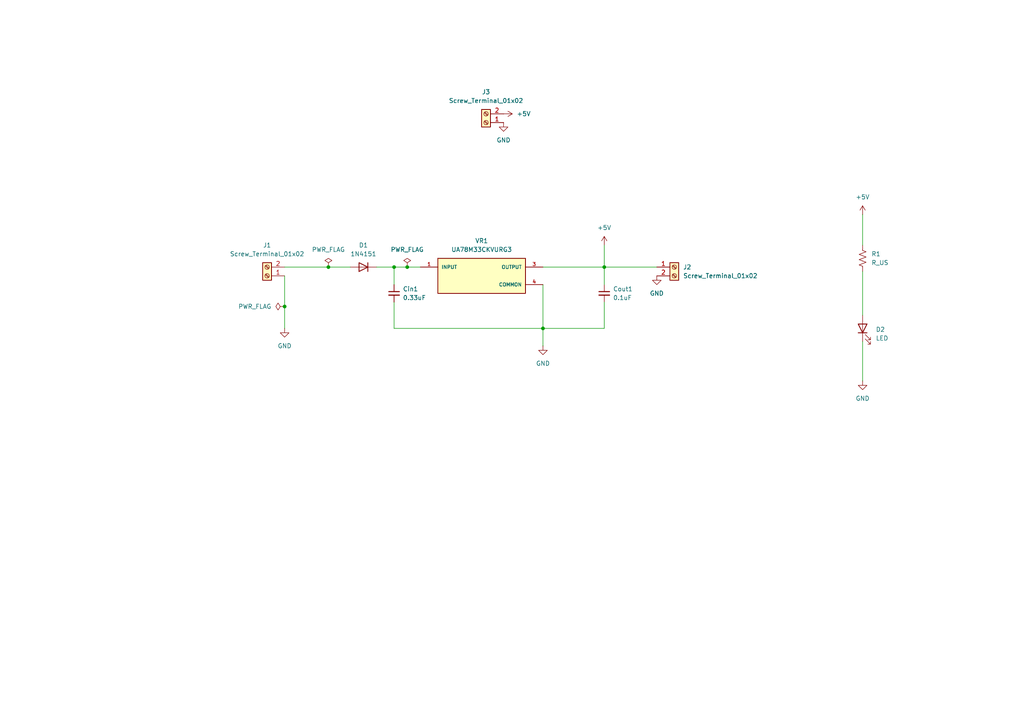
<source format=kicad_sch>
(kicad_sch
	(version 20231120)
	(generator "eeschema")
	(generator_version "8.0")
	(uuid "c76aa228-d747-45c0-829b-0ccdbced8228")
	(paper "A4")
	(title_block
		(title "Linear Voltage Regulator")
		(date "2024-07-07")
		(company "Prince Lee Muhera")
	)
	(lib_symbols
		(symbol "Connector:Screw_Terminal_01x02"
			(pin_names
				(offset 1.016) hide)
			(exclude_from_sim no)
			(in_bom yes)
			(on_board yes)
			(property "Reference" "J"
				(at 0 2.54 0)
				(effects
					(font
						(size 1.27 1.27)
					)
				)
			)
			(property "Value" "Screw_Terminal_01x02"
				(at 0 -5.08 0)
				(effects
					(font
						(size 1.27 1.27)
					)
				)
			)
			(property "Footprint" ""
				(at 0 0 0)
				(effects
					(font
						(size 1.27 1.27)
					)
					(hide yes)
				)
			)
			(property "Datasheet" "~"
				(at 0 0 0)
				(effects
					(font
						(size 1.27 1.27)
					)
					(hide yes)
				)
			)
			(property "Description" "Generic screw terminal, single row, 01x02, script generated (kicad-library-utils/schlib/autogen/connector/)"
				(at 0 0 0)
				(effects
					(font
						(size 1.27 1.27)
					)
					(hide yes)
				)
			)
			(property "ki_keywords" "screw terminal"
				(at 0 0 0)
				(effects
					(font
						(size 1.27 1.27)
					)
					(hide yes)
				)
			)
			(property "ki_fp_filters" "TerminalBlock*:*"
				(at 0 0 0)
				(effects
					(font
						(size 1.27 1.27)
					)
					(hide yes)
				)
			)
			(symbol "Screw_Terminal_01x02_1_1"
				(rectangle
					(start -1.27 1.27)
					(end 1.27 -3.81)
					(stroke
						(width 0.254)
						(type default)
					)
					(fill
						(type background)
					)
				)
				(circle
					(center 0 -2.54)
					(radius 0.635)
					(stroke
						(width 0.1524)
						(type default)
					)
					(fill
						(type none)
					)
				)
				(polyline
					(pts
						(xy -0.5334 -2.2098) (xy 0.3302 -3.048)
					)
					(stroke
						(width 0.1524)
						(type default)
					)
					(fill
						(type none)
					)
				)
				(polyline
					(pts
						(xy -0.5334 0.3302) (xy 0.3302 -0.508)
					)
					(stroke
						(width 0.1524)
						(type default)
					)
					(fill
						(type none)
					)
				)
				(polyline
					(pts
						(xy -0.3556 -2.032) (xy 0.508 -2.8702)
					)
					(stroke
						(width 0.1524)
						(type default)
					)
					(fill
						(type none)
					)
				)
				(polyline
					(pts
						(xy -0.3556 0.508) (xy 0.508 -0.3302)
					)
					(stroke
						(width 0.1524)
						(type default)
					)
					(fill
						(type none)
					)
				)
				(circle
					(center 0 0)
					(radius 0.635)
					(stroke
						(width 0.1524)
						(type default)
					)
					(fill
						(type none)
					)
				)
				(pin passive line
					(at -5.08 0 0)
					(length 3.81)
					(name "Pin_1"
						(effects
							(font
								(size 1.27 1.27)
							)
						)
					)
					(number "1"
						(effects
							(font
								(size 1.27 1.27)
							)
						)
					)
				)
				(pin passive line
					(at -5.08 -2.54 0)
					(length 3.81)
					(name "Pin_2"
						(effects
							(font
								(size 1.27 1.27)
							)
						)
					)
					(number "2"
						(effects
							(font
								(size 1.27 1.27)
							)
						)
					)
				)
			)
		)
		(symbol "Device:C_Small"
			(pin_numbers hide)
			(pin_names
				(offset 0.254) hide)
			(exclude_from_sim no)
			(in_bom yes)
			(on_board yes)
			(property "Reference" "C"
				(at 0.254 1.778 0)
				(effects
					(font
						(size 1.27 1.27)
					)
					(justify left)
				)
			)
			(property "Value" "C_Small"
				(at 0.254 -2.032 0)
				(effects
					(font
						(size 1.27 1.27)
					)
					(justify left)
				)
			)
			(property "Footprint" ""
				(at 0 0 0)
				(effects
					(font
						(size 1.27 1.27)
					)
					(hide yes)
				)
			)
			(property "Datasheet" "~"
				(at 0 0 0)
				(effects
					(font
						(size 1.27 1.27)
					)
					(hide yes)
				)
			)
			(property "Description" "Unpolarized capacitor, small symbol"
				(at 0 0 0)
				(effects
					(font
						(size 1.27 1.27)
					)
					(hide yes)
				)
			)
			(property "ki_keywords" "capacitor cap"
				(at 0 0 0)
				(effects
					(font
						(size 1.27 1.27)
					)
					(hide yes)
				)
			)
			(property "ki_fp_filters" "C_*"
				(at 0 0 0)
				(effects
					(font
						(size 1.27 1.27)
					)
					(hide yes)
				)
			)
			(symbol "C_Small_0_1"
				(polyline
					(pts
						(xy -1.524 -0.508) (xy 1.524 -0.508)
					)
					(stroke
						(width 0.3302)
						(type default)
					)
					(fill
						(type none)
					)
				)
				(polyline
					(pts
						(xy -1.524 0.508) (xy 1.524 0.508)
					)
					(stroke
						(width 0.3048)
						(type default)
					)
					(fill
						(type none)
					)
				)
			)
			(symbol "C_Small_1_1"
				(pin passive line
					(at 0 2.54 270)
					(length 2.032)
					(name "~"
						(effects
							(font
								(size 1.27 1.27)
							)
						)
					)
					(number "1"
						(effects
							(font
								(size 1.27 1.27)
							)
						)
					)
				)
				(pin passive line
					(at 0 -2.54 90)
					(length 2.032)
					(name "~"
						(effects
							(font
								(size 1.27 1.27)
							)
						)
					)
					(number "2"
						(effects
							(font
								(size 1.27 1.27)
							)
						)
					)
				)
			)
		)
		(symbol "Device:LED"
			(pin_numbers hide)
			(pin_names
				(offset 1.016) hide)
			(exclude_from_sim no)
			(in_bom yes)
			(on_board yes)
			(property "Reference" "D"
				(at 0 2.54 0)
				(effects
					(font
						(size 1.27 1.27)
					)
				)
			)
			(property "Value" "LED"
				(at 0 -2.54 0)
				(effects
					(font
						(size 1.27 1.27)
					)
				)
			)
			(property "Footprint" ""
				(at 0 0 0)
				(effects
					(font
						(size 1.27 1.27)
					)
					(hide yes)
				)
			)
			(property "Datasheet" "~"
				(at 0 0 0)
				(effects
					(font
						(size 1.27 1.27)
					)
					(hide yes)
				)
			)
			(property "Description" "Light emitting diode"
				(at 0 0 0)
				(effects
					(font
						(size 1.27 1.27)
					)
					(hide yes)
				)
			)
			(property "ki_keywords" "LED diode"
				(at 0 0 0)
				(effects
					(font
						(size 1.27 1.27)
					)
					(hide yes)
				)
			)
			(property "ki_fp_filters" "LED* LED_SMD:* LED_THT:*"
				(at 0 0 0)
				(effects
					(font
						(size 1.27 1.27)
					)
					(hide yes)
				)
			)
			(symbol "LED_0_1"
				(polyline
					(pts
						(xy -1.27 -1.27) (xy -1.27 1.27)
					)
					(stroke
						(width 0.254)
						(type default)
					)
					(fill
						(type none)
					)
				)
				(polyline
					(pts
						(xy -1.27 0) (xy 1.27 0)
					)
					(stroke
						(width 0)
						(type default)
					)
					(fill
						(type none)
					)
				)
				(polyline
					(pts
						(xy 1.27 -1.27) (xy 1.27 1.27) (xy -1.27 0) (xy 1.27 -1.27)
					)
					(stroke
						(width 0.254)
						(type default)
					)
					(fill
						(type none)
					)
				)
				(polyline
					(pts
						(xy -3.048 -0.762) (xy -4.572 -2.286) (xy -3.81 -2.286) (xy -4.572 -2.286) (xy -4.572 -1.524)
					)
					(stroke
						(width 0)
						(type default)
					)
					(fill
						(type none)
					)
				)
				(polyline
					(pts
						(xy -1.778 -0.762) (xy -3.302 -2.286) (xy -2.54 -2.286) (xy -3.302 -2.286) (xy -3.302 -1.524)
					)
					(stroke
						(width 0)
						(type default)
					)
					(fill
						(type none)
					)
				)
			)
			(symbol "LED_1_1"
				(pin passive line
					(at -3.81 0 0)
					(length 2.54)
					(name "K"
						(effects
							(font
								(size 1.27 1.27)
							)
						)
					)
					(number "1"
						(effects
							(font
								(size 1.27 1.27)
							)
						)
					)
				)
				(pin passive line
					(at 3.81 0 180)
					(length 2.54)
					(name "A"
						(effects
							(font
								(size 1.27 1.27)
							)
						)
					)
					(number "2"
						(effects
							(font
								(size 1.27 1.27)
							)
						)
					)
				)
			)
		)
		(symbol "Device:R_US"
			(pin_numbers hide)
			(pin_names
				(offset 0)
			)
			(exclude_from_sim no)
			(in_bom yes)
			(on_board yes)
			(property "Reference" "R"
				(at 2.54 0 90)
				(effects
					(font
						(size 1.27 1.27)
					)
				)
			)
			(property "Value" "R_US"
				(at -2.54 0 90)
				(effects
					(font
						(size 1.27 1.27)
					)
				)
			)
			(property "Footprint" ""
				(at 1.016 -0.254 90)
				(effects
					(font
						(size 1.27 1.27)
					)
					(hide yes)
				)
			)
			(property "Datasheet" "~"
				(at 0 0 0)
				(effects
					(font
						(size 1.27 1.27)
					)
					(hide yes)
				)
			)
			(property "Description" "Resistor, US symbol"
				(at 0 0 0)
				(effects
					(font
						(size 1.27 1.27)
					)
					(hide yes)
				)
			)
			(property "ki_keywords" "R res resistor"
				(at 0 0 0)
				(effects
					(font
						(size 1.27 1.27)
					)
					(hide yes)
				)
			)
			(property "ki_fp_filters" "R_*"
				(at 0 0 0)
				(effects
					(font
						(size 1.27 1.27)
					)
					(hide yes)
				)
			)
			(symbol "R_US_0_1"
				(polyline
					(pts
						(xy 0 -2.286) (xy 0 -2.54)
					)
					(stroke
						(width 0)
						(type default)
					)
					(fill
						(type none)
					)
				)
				(polyline
					(pts
						(xy 0 2.286) (xy 0 2.54)
					)
					(stroke
						(width 0)
						(type default)
					)
					(fill
						(type none)
					)
				)
				(polyline
					(pts
						(xy 0 -0.762) (xy 1.016 -1.143) (xy 0 -1.524) (xy -1.016 -1.905) (xy 0 -2.286)
					)
					(stroke
						(width 0)
						(type default)
					)
					(fill
						(type none)
					)
				)
				(polyline
					(pts
						(xy 0 0.762) (xy 1.016 0.381) (xy 0 0) (xy -1.016 -0.381) (xy 0 -0.762)
					)
					(stroke
						(width 0)
						(type default)
					)
					(fill
						(type none)
					)
				)
				(polyline
					(pts
						(xy 0 2.286) (xy 1.016 1.905) (xy 0 1.524) (xy -1.016 1.143) (xy 0 0.762)
					)
					(stroke
						(width 0)
						(type default)
					)
					(fill
						(type none)
					)
				)
			)
			(symbol "R_US_1_1"
				(pin passive line
					(at 0 3.81 270)
					(length 1.27)
					(name "~"
						(effects
							(font
								(size 1.27 1.27)
							)
						)
					)
					(number "1"
						(effects
							(font
								(size 1.27 1.27)
							)
						)
					)
				)
				(pin passive line
					(at 0 -3.81 90)
					(length 1.27)
					(name "~"
						(effects
							(font
								(size 1.27 1.27)
							)
						)
					)
					(number "2"
						(effects
							(font
								(size 1.27 1.27)
							)
						)
					)
				)
			)
		)
		(symbol "Diode:1N4151"
			(pin_numbers hide)
			(pin_names hide)
			(exclude_from_sim no)
			(in_bom yes)
			(on_board yes)
			(property "Reference" "D"
				(at 0 2.54 0)
				(effects
					(font
						(size 1.27 1.27)
					)
				)
			)
			(property "Value" "1N4151"
				(at 0 -2.54 0)
				(effects
					(font
						(size 1.27 1.27)
					)
				)
			)
			(property "Footprint" "Diode_THT:D_DO-35_SOD27_P7.62mm_Horizontal"
				(at 0 -4.445 0)
				(effects
					(font
						(size 1.27 1.27)
					)
					(hide yes)
				)
			)
			(property "Datasheet" "http://www.microsemi.com/document-portal/doc_view/11580-lds-0239"
				(at 0 0 0)
				(effects
					(font
						(size 1.27 1.27)
					)
					(hide yes)
				)
			)
			(property "Description" "75V 0.5A standard switching diode, DO-35"
				(at 0 0 0)
				(effects
					(font
						(size 1.27 1.27)
					)
					(hide yes)
				)
			)
			(property "Sim.Device" "D"
				(at 0 0 0)
				(effects
					(font
						(size 1.27 1.27)
					)
					(hide yes)
				)
			)
			(property "Sim.Pins" "1=K 2=A"
				(at 0 0 0)
				(effects
					(font
						(size 1.27 1.27)
					)
					(hide yes)
				)
			)
			(property "ki_keywords" "diode"
				(at 0 0 0)
				(effects
					(font
						(size 1.27 1.27)
					)
					(hide yes)
				)
			)
			(property "ki_fp_filters" "D*DO?35*"
				(at 0 0 0)
				(effects
					(font
						(size 1.27 1.27)
					)
					(hide yes)
				)
			)
			(symbol "1N4151_0_1"
				(polyline
					(pts
						(xy -1.27 1.27) (xy -1.27 -1.27)
					)
					(stroke
						(width 0.254)
						(type default)
					)
					(fill
						(type none)
					)
				)
				(polyline
					(pts
						(xy 1.27 0) (xy -1.27 0)
					)
					(stroke
						(width 0)
						(type default)
					)
					(fill
						(type none)
					)
				)
				(polyline
					(pts
						(xy 1.27 1.27) (xy 1.27 -1.27) (xy -1.27 0) (xy 1.27 1.27)
					)
					(stroke
						(width 0.254)
						(type default)
					)
					(fill
						(type none)
					)
				)
			)
			(symbol "1N4151_1_1"
				(pin passive line
					(at -3.81 0 0)
					(length 2.54)
					(name "K"
						(effects
							(font
								(size 1.27 1.27)
							)
						)
					)
					(number "1"
						(effects
							(font
								(size 1.27 1.27)
							)
						)
					)
				)
				(pin passive line
					(at 3.81 0 180)
					(length 2.54)
					(name "A"
						(effects
							(font
								(size 1.27 1.27)
							)
						)
					)
					(number "2"
						(effects
							(font
								(size 1.27 1.27)
							)
						)
					)
				)
			)
		)
		(symbol "UA78M33CKVURG3:UA78M33CKVURG3"
			(pin_names
				(offset 1.016)
			)
			(exclude_from_sim no)
			(in_bom yes)
			(on_board yes)
			(property "Reference" "VR1"
				(at 0 10.16 0)
				(effects
					(font
						(size 1.27 1.27)
					)
				)
			)
			(property "Value" "UA78M33CKVURG3"
				(at 0 7.62 0)
				(effects
					(font
						(size 1.27 1.27)
					)
				)
			)
			(property "Footprint" "UA78M33CKVURG3:TO229P990X252-3N"
				(at 0 0 0)
				(effects
					(font
						(size 1.27 1.27)
					)
					(justify bottom)
					(hide yes)
				)
			)
			(property "Datasheet" ""
				(at 0 0 0)
				(effects
					(font
						(size 1.27 1.27)
					)
					(hide yes)
				)
			)
			(property "Description" ""
				(at 0 0 0)
				(effects
					(font
						(size 1.27 1.27)
					)
					(hide yes)
				)
			)
			(property "MF" "Texas Instruments"
				(at 0 0 0)
				(effects
					(font
						(size 1.27 1.27)
					)
					(justify bottom)
					(hide yes)
				)
			)
			(property "MAXIMUM_PACKAGE_HEIGHT" "2.52mm"
				(at 0 0 0)
				(effects
					(font
						(size 1.27 1.27)
					)
					(justify bottom)
					(hide yes)
				)
			)
			(property "Package" "TO-252-3 Texas Instruments"
				(at 0 0 0)
				(effects
					(font
						(size 1.27 1.27)
					)
					(justify bottom)
					(hide yes)
				)
			)
			(property "Price" "None"
				(at 0 0 0)
				(effects
					(font
						(size 1.27 1.27)
					)
					(justify bottom)
					(hide yes)
				)
			)
			(property "Check_prices" "https://www.snapeda.com/parts/UA78M33CKVURG3/Texas+Instruments/view-part/?ref=eda"
				(at 0 0 0)
				(effects
					(font
						(size 1.27 1.27)
					)
					(justify bottom)
					(hide yes)
				)
			)
			(property "STANDARD" "IPC-7351B"
				(at 0 0 0)
				(effects
					(font
						(size 1.27 1.27)
					)
					(justify bottom)
					(hide yes)
				)
			)
			(property "PARTREV" "T"
				(at 0 0 0)
				(effects
					(font
						(size 1.27 1.27)
					)
					(justify bottom)
					(hide yes)
				)
			)
			(property "SnapEDA_Link" "https://www.snapeda.com/parts/UA78M33CKVURG3/Texas+Instruments/view-part/?ref=snap"
				(at 0 0 0)
				(effects
					(font
						(size 1.27 1.27)
					)
					(justify bottom)
					(hide yes)
				)
			)
			(property "SNAPEDA_PACKAGE_ID" "102718"
				(at 0 0 0)
				(effects
					(font
						(size 1.27 1.27)
					)
					(justify bottom)
					(hide yes)
				)
			)
			(property "MP" "UA78M33CKVURG3"
				(at 0 0 0)
				(effects
					(font
						(size 1.27 1.27)
					)
					(justify bottom)
					(hide yes)
				)
			)
			(property "Purchase-URL" "https://www.snapeda.com/api/url_track_click_mouser/?unipart_id=214477&manufacturer=Texas Instruments&part_name=UA78M33CKVURG3&search_term=ua78m"
				(at 0 0 0)
				(effects
					(font
						(size 1.27 1.27)
					)
					(justify bottom)
					(hide yes)
				)
			)
			(property "Description_1" "\n500-mA, 30-V, linear voltage regulator\n"
				(at 0 0 0)
				(effects
					(font
						(size 1.27 1.27)
					)
					(justify bottom)
					(hide yes)
				)
			)
			(property "Availability" "In Stock"
				(at 0 0 0)
				(effects
					(font
						(size 1.27 1.27)
					)
					(justify bottom)
					(hide yes)
				)
			)
			(property "MANUFACTURER" "Texas Instruments"
				(at 0 0 0)
				(effects
					(font
						(size 1.27 1.27)
					)
					(justify bottom)
					(hide yes)
				)
			)
			(symbol "UA78M33CKVURG3_0_0"
				(rectangle
					(start -12.7 -5.08)
					(end 12.7 5.08)
					(stroke
						(width 0.254)
						(type default)
					)
					(fill
						(type background)
					)
				)
				(pin power_in line
					(at 17.78 -2.54 180)
					(length 5.08)
					(name "COMMON"
						(effects
							(font
								(size 1.016 1.016)
							)
						)
					)
					(number "4"
						(effects
							(font
								(size 1.016 1.016)
							)
						)
					)
				)
			)
			(symbol "UA78M33CKVURG3_1_0"
				(pin power_in line
					(at -17.78 2.54 0)
					(length 5.08)
					(name "INPUT"
						(effects
							(font
								(size 1.016 1.016)
							)
						)
					)
					(number "1"
						(effects
							(font
								(size 1.016 1.016)
							)
						)
					)
				)
				(pin power_out line
					(at 17.78 2.54 180)
					(length 5.08)
					(name "OUTPUT"
						(effects
							(font
								(size 1.016 1.016)
							)
						)
					)
					(number "3"
						(effects
							(font
								(size 1.016 1.016)
							)
						)
					)
				)
			)
		)
		(symbol "power:+5V"
			(power)
			(pin_numbers hide)
			(pin_names
				(offset 0) hide)
			(exclude_from_sim no)
			(in_bom yes)
			(on_board yes)
			(property "Reference" "#PWR"
				(at 0 -3.81 0)
				(effects
					(font
						(size 1.27 1.27)
					)
					(hide yes)
				)
			)
			(property "Value" "+5V"
				(at 0 3.556 0)
				(effects
					(font
						(size 1.27 1.27)
					)
				)
			)
			(property "Footprint" ""
				(at 0 0 0)
				(effects
					(font
						(size 1.27 1.27)
					)
					(hide yes)
				)
			)
			(property "Datasheet" ""
				(at 0 0 0)
				(effects
					(font
						(size 1.27 1.27)
					)
					(hide yes)
				)
			)
			(property "Description" "Power symbol creates a global label with name \"+5V\""
				(at 0 0 0)
				(effects
					(font
						(size 1.27 1.27)
					)
					(hide yes)
				)
			)
			(property "ki_keywords" "global power"
				(at 0 0 0)
				(effects
					(font
						(size 1.27 1.27)
					)
					(hide yes)
				)
			)
			(symbol "+5V_0_1"
				(polyline
					(pts
						(xy -0.762 1.27) (xy 0 2.54)
					)
					(stroke
						(width 0)
						(type default)
					)
					(fill
						(type none)
					)
				)
				(polyline
					(pts
						(xy 0 0) (xy 0 2.54)
					)
					(stroke
						(width 0)
						(type default)
					)
					(fill
						(type none)
					)
				)
				(polyline
					(pts
						(xy 0 2.54) (xy 0.762 1.27)
					)
					(stroke
						(width 0)
						(type default)
					)
					(fill
						(type none)
					)
				)
			)
			(symbol "+5V_1_1"
				(pin power_in line
					(at 0 0 90)
					(length 0)
					(name "~"
						(effects
							(font
								(size 1.27 1.27)
							)
						)
					)
					(number "1"
						(effects
							(font
								(size 1.27 1.27)
							)
						)
					)
				)
			)
		)
		(symbol "power:GND"
			(power)
			(pin_numbers hide)
			(pin_names
				(offset 0) hide)
			(exclude_from_sim no)
			(in_bom yes)
			(on_board yes)
			(property "Reference" "#PWR"
				(at 0 -6.35 0)
				(effects
					(font
						(size 1.27 1.27)
					)
					(hide yes)
				)
			)
			(property "Value" "GND"
				(at 0 -3.81 0)
				(effects
					(font
						(size 1.27 1.27)
					)
				)
			)
			(property "Footprint" ""
				(at 0 0 0)
				(effects
					(font
						(size 1.27 1.27)
					)
					(hide yes)
				)
			)
			(property "Datasheet" ""
				(at 0 0 0)
				(effects
					(font
						(size 1.27 1.27)
					)
					(hide yes)
				)
			)
			(property "Description" "Power symbol creates a global label with name \"GND\" , ground"
				(at 0 0 0)
				(effects
					(font
						(size 1.27 1.27)
					)
					(hide yes)
				)
			)
			(property "ki_keywords" "global power"
				(at 0 0 0)
				(effects
					(font
						(size 1.27 1.27)
					)
					(hide yes)
				)
			)
			(symbol "GND_0_1"
				(polyline
					(pts
						(xy 0 0) (xy 0 -1.27) (xy 1.27 -1.27) (xy 0 -2.54) (xy -1.27 -1.27) (xy 0 -1.27)
					)
					(stroke
						(width 0)
						(type default)
					)
					(fill
						(type none)
					)
				)
			)
			(symbol "GND_1_1"
				(pin power_in line
					(at 0 0 270)
					(length 0)
					(name "~"
						(effects
							(font
								(size 1.27 1.27)
							)
						)
					)
					(number "1"
						(effects
							(font
								(size 1.27 1.27)
							)
						)
					)
				)
			)
		)
		(symbol "power:PWR_FLAG"
			(power)
			(pin_numbers hide)
			(pin_names
				(offset 0) hide)
			(exclude_from_sim no)
			(in_bom yes)
			(on_board yes)
			(property "Reference" "#FLG"
				(at 0 1.905 0)
				(effects
					(font
						(size 1.27 1.27)
					)
					(hide yes)
				)
			)
			(property "Value" "PWR_FLAG"
				(at 0 3.81 0)
				(effects
					(font
						(size 1.27 1.27)
					)
				)
			)
			(property "Footprint" ""
				(at 0 0 0)
				(effects
					(font
						(size 1.27 1.27)
					)
					(hide yes)
				)
			)
			(property "Datasheet" "~"
				(at 0 0 0)
				(effects
					(font
						(size 1.27 1.27)
					)
					(hide yes)
				)
			)
			(property "Description" "Special symbol for telling ERC where power comes from"
				(at 0 0 0)
				(effects
					(font
						(size 1.27 1.27)
					)
					(hide yes)
				)
			)
			(property "ki_keywords" "flag power"
				(at 0 0 0)
				(effects
					(font
						(size 1.27 1.27)
					)
					(hide yes)
				)
			)
			(symbol "PWR_FLAG_0_0"
				(pin power_out line
					(at 0 0 90)
					(length 0)
					(name "~"
						(effects
							(font
								(size 1.27 1.27)
							)
						)
					)
					(number "1"
						(effects
							(font
								(size 1.27 1.27)
							)
						)
					)
				)
			)
			(symbol "PWR_FLAG_0_1"
				(polyline
					(pts
						(xy 0 0) (xy 0 1.27) (xy -1.016 1.905) (xy 0 2.54) (xy 1.016 1.905) (xy 0 1.27)
					)
					(stroke
						(width 0)
						(type default)
					)
					(fill
						(type none)
					)
				)
			)
		)
	)
	(junction
		(at 118.11 77.47)
		(diameter 0)
		(color 0 0 0 0)
		(uuid "357a130b-a7ac-4221-8f08-3a650b4b6b69")
	)
	(junction
		(at 157.48 95.25)
		(diameter 0)
		(color 0 0 0 0)
		(uuid "649946fc-efcf-4342-8dfb-df3d6329f8a2")
	)
	(junction
		(at 95.25 77.47)
		(diameter 0)
		(color 0 0 0 0)
		(uuid "6d6eb473-71ca-4a13-ab8e-e0ee1dbde17c")
	)
	(junction
		(at 82.55 88.9)
		(diameter 0)
		(color 0 0 0 0)
		(uuid "d2370204-8a10-47f0-89c2-46a578f7d4fb")
	)
	(junction
		(at 114.3 77.47)
		(diameter 0)
		(color 0 0 0 0)
		(uuid "e1c03ec2-034c-40a9-a5ff-5194153eeb47")
	)
	(junction
		(at 175.26 77.47)
		(diameter 0)
		(color 0 0 0 0)
		(uuid "e7eb2304-aa58-4831-ab0c-344f63cbc009")
	)
	(wire
		(pts
			(xy 114.3 82.55) (xy 114.3 77.47)
		)
		(stroke
			(width 0)
			(type default)
		)
		(uuid "0a433834-4a96-43d7-b251-b6f8cc898fe5")
	)
	(wire
		(pts
			(xy 114.3 77.47) (xy 118.11 77.47)
		)
		(stroke
			(width 0)
			(type default)
		)
		(uuid "0a7ac566-c4c4-4eb6-9416-96b6638b2b26")
	)
	(wire
		(pts
			(xy 175.26 82.55) (xy 175.26 77.47)
		)
		(stroke
			(width 0)
			(type default)
		)
		(uuid "369dc6cb-d001-4bc9-b087-599d9630e59e")
	)
	(wire
		(pts
			(xy 157.48 77.47) (xy 175.26 77.47)
		)
		(stroke
			(width 0)
			(type default)
		)
		(uuid "425828dc-96b9-4954-9412-23eeb4622e0e")
	)
	(wire
		(pts
			(xy 82.55 77.47) (xy 95.25 77.47)
		)
		(stroke
			(width 0)
			(type default)
		)
		(uuid "4beb6113-06db-448c-8bc2-7e700e49782f")
	)
	(wire
		(pts
			(xy 157.48 82.55) (xy 157.48 95.25)
		)
		(stroke
			(width 0)
			(type default)
		)
		(uuid "4cdf683f-0bae-4124-9926-4d9bbbc20c86")
	)
	(wire
		(pts
			(xy 175.26 95.25) (xy 157.48 95.25)
		)
		(stroke
			(width 0)
			(type default)
		)
		(uuid "50b15704-9c11-421c-947d-88f2a80fc6d2")
	)
	(wire
		(pts
			(xy 114.3 87.63) (xy 114.3 95.25)
		)
		(stroke
			(width 0)
			(type default)
		)
		(uuid "59923b6a-54c9-4f3c-942f-a194b4155964")
	)
	(wire
		(pts
			(xy 82.55 95.25) (xy 82.55 88.9)
		)
		(stroke
			(width 0)
			(type default)
		)
		(uuid "773a9c27-6726-4867-b2ba-c83bebd8b26d")
	)
	(wire
		(pts
			(xy 250.19 99.06) (xy 250.19 110.49)
		)
		(stroke
			(width 0)
			(type default)
		)
		(uuid "815d03ea-b424-4ae5-8bc1-64747b242406")
	)
	(wire
		(pts
			(xy 114.3 95.25) (xy 157.48 95.25)
		)
		(stroke
			(width 0)
			(type default)
		)
		(uuid "a8f4f3ec-12dc-4e3a-bbc1-517b83b7757e")
	)
	(wire
		(pts
			(xy 118.11 77.47) (xy 121.92 77.47)
		)
		(stroke
			(width 0)
			(type default)
		)
		(uuid "aaf128e5-d0cb-4dd4-a333-bdd3a724703b")
	)
	(wire
		(pts
			(xy 157.48 95.25) (xy 157.48 100.33)
		)
		(stroke
			(width 0)
			(type default)
		)
		(uuid "b0aa193e-3d0c-47aa-87f1-31c3af01c0b4")
	)
	(wire
		(pts
			(xy 175.26 87.63) (xy 175.26 95.25)
		)
		(stroke
			(width 0)
			(type default)
		)
		(uuid "c02fc3fd-8c9c-4125-8102-06a0c41a7ade")
	)
	(wire
		(pts
			(xy 109.22 77.47) (xy 114.3 77.47)
		)
		(stroke
			(width 0)
			(type default)
		)
		(uuid "c719f2c5-df34-4774-84f1-49705aabdf03")
	)
	(wire
		(pts
			(xy 175.26 71.12) (xy 175.26 77.47)
		)
		(stroke
			(width 0)
			(type default)
		)
		(uuid "d5d60825-7ed7-49dd-a492-f1c92f031941")
	)
	(wire
		(pts
			(xy 250.19 62.23) (xy 250.19 71.12)
		)
		(stroke
			(width 0)
			(type default)
		)
		(uuid "e1c0fbc7-f511-43cb-9675-8b2462dfb365")
	)
	(wire
		(pts
			(xy 95.25 77.47) (xy 101.6 77.47)
		)
		(stroke
			(width 0)
			(type default)
		)
		(uuid "ee8e4f3c-b544-420d-8a7f-290378a26ac4")
	)
	(wire
		(pts
			(xy 82.55 88.9) (xy 82.55 80.01)
		)
		(stroke
			(width 0)
			(type default)
		)
		(uuid "f4664908-7444-45be-8b6c-511f8c50ee33")
	)
	(wire
		(pts
			(xy 250.19 78.74) (xy 250.19 91.44)
		)
		(stroke
			(width 0)
			(type default)
		)
		(uuid "f91d2a78-541f-4a1b-9b43-a34e2aee3b92")
	)
	(wire
		(pts
			(xy 175.26 77.47) (xy 190.5 77.47)
		)
		(stroke
			(width 0)
			(type default)
		)
		(uuid "fe4f791c-1aa3-4c93-9116-eb926fefb498")
	)
	(symbol
		(lib_id "Device:LED")
		(at 250.19 95.25 90)
		(unit 1)
		(exclude_from_sim no)
		(in_bom yes)
		(on_board yes)
		(dnp no)
		(fields_autoplaced yes)
		(uuid "0b04fe1d-abc2-4471-8171-83e61a880aa4")
		(property "Reference" "D2"
			(at 254 95.5674 90)
			(effects
				(font
					(size 1.27 1.27)
				)
				(justify right)
			)
		)
		(property "Value" "LED"
			(at 254 98.1074 90)
			(effects
				(font
					(size 1.27 1.27)
				)
				(justify right)
			)
		)
		(property "Footprint" "LED_SMD:LED_0603_1608Metric_Pad1.05x0.95mm_HandSolder"
			(at 250.19 95.25 0)
			(effects
				(font
					(size 1.27 1.27)
				)
				(hide yes)
			)
		)
		(property "Datasheet" "~"
			(at 250.19 95.25 0)
			(effects
				(font
					(size 1.27 1.27)
				)
				(hide yes)
			)
		)
		(property "Description" "Light emitting diode"
			(at 250.19 95.25 0)
			(effects
				(font
					(size 1.27 1.27)
				)
				(hide yes)
			)
		)
		(pin "2"
			(uuid "d6e53698-3f73-4115-b972-4c51327f3c26")
		)
		(pin "1"
			(uuid "67b6374c-afed-4c6f-abca-abef57ba8062")
		)
		(instances
			(project ""
				(path "/c76aa228-d747-45c0-829b-0ccdbced8228"
					(reference "D2")
					(unit 1)
				)
			)
		)
	)
	(symbol
		(lib_id "Connector:Screw_Terminal_01x02")
		(at 77.47 80.01 180)
		(unit 1)
		(exclude_from_sim no)
		(in_bom yes)
		(on_board yes)
		(dnp no)
		(fields_autoplaced yes)
		(uuid "0bdd0d62-e33a-4dc2-aff9-1f5e7c4580be")
		(property "Reference" "J1"
			(at 77.47 71.12 0)
			(effects
				(font
					(size 1.27 1.27)
				)
			)
		)
		(property "Value" "Screw_Terminal_01x02"
			(at 77.47 73.66 0)
			(effects
				(font
					(size 1.27 1.27)
				)
			)
		)
		(property "Footprint" "TerminalBlock_Phoenix:TerminalBlock_Phoenix_MKDS-1,5-2-5.08_1x02_P5.08mm_Horizontal"
			(at 77.47 80.01 0)
			(effects
				(font
					(size 1.27 1.27)
				)
				(hide yes)
			)
		)
		(property "Datasheet" "~"
			(at 77.47 80.01 0)
			(effects
				(font
					(size 1.27 1.27)
				)
				(hide yes)
			)
		)
		(property "Description" "Generic screw terminal, single row, 01x02, script generated (kicad-library-utils/schlib/autogen/connector/)"
			(at 77.47 80.01 0)
			(effects
				(font
					(size 1.27 1.27)
				)
				(hide yes)
			)
		)
		(pin "2"
			(uuid "fe724c44-c8d1-43c5-a7d6-762d9622b658")
		)
		(pin "1"
			(uuid "df99d9d8-02f2-4a19-8ace-f7ab5d53c803")
		)
		(instances
			(project ""
				(path "/c76aa228-d747-45c0-829b-0ccdbced8228"
					(reference "J1")
					(unit 1)
				)
			)
		)
	)
	(symbol
		(lib_id "power:GND")
		(at 250.19 110.49 0)
		(unit 1)
		(exclude_from_sim no)
		(in_bom yes)
		(on_board yes)
		(dnp no)
		(fields_autoplaced yes)
		(uuid "0fac9c74-fcf0-40d4-8524-48c1ba0f4ae6")
		(property "Reference" "#PWR02"
			(at 250.19 116.84 0)
			(effects
				(font
					(size 1.27 1.27)
				)
				(hide yes)
			)
		)
		(property "Value" "GND"
			(at 250.19 115.57 0)
			(effects
				(font
					(size 1.27 1.27)
				)
			)
		)
		(property "Footprint" ""
			(at 250.19 110.49 0)
			(effects
				(font
					(size 1.27 1.27)
				)
				(hide yes)
			)
		)
		(property "Datasheet" ""
			(at 250.19 110.49 0)
			(effects
				(font
					(size 1.27 1.27)
				)
				(hide yes)
			)
		)
		(property "Description" "Power symbol creates a global label with name \"GND\" , ground"
			(at 250.19 110.49 0)
			(effects
				(font
					(size 1.27 1.27)
				)
				(hide yes)
			)
		)
		(pin "1"
			(uuid "711655d1-7f94-4cf6-9e6a-60042ffe748c")
		)
		(instances
			(project ""
				(path "/c76aa228-d747-45c0-829b-0ccdbced8228"
					(reference "#PWR02")
					(unit 1)
				)
			)
		)
	)
	(symbol
		(lib_id "UA78M33CKVURG3:UA78M33CKVURG3")
		(at 139.7 80.01 0)
		(unit 1)
		(exclude_from_sim no)
		(in_bom yes)
		(on_board yes)
		(dnp no)
		(fields_autoplaced yes)
		(uuid "190244b0-a24a-4d74-8f80-f62ad2603479")
		(property "Reference" "VR1"
			(at 139.7 69.85 0)
			(effects
				(font
					(size 1.27 1.27)
				)
			)
		)
		(property "Value" "UA78M33CKVURG3"
			(at 139.7 72.39 0)
			(effects
				(font
					(size 1.27 1.27)
				)
			)
		)
		(property "Footprint" "LVR module:TO229P990X252-3N"
			(at 139.7 80.01 0)
			(effects
				(font
					(size 1.27 1.27)
				)
				(justify bottom)
				(hide yes)
			)
		)
		(property "Datasheet" ""
			(at 139.7 80.01 0)
			(effects
				(font
					(size 1.27 1.27)
				)
				(hide yes)
			)
		)
		(property "Description" ""
			(at 139.7 80.01 0)
			(effects
				(font
					(size 1.27 1.27)
				)
				(hide yes)
			)
		)
		(property "MF" "Texas Instruments"
			(at 139.7 80.01 0)
			(effects
				(font
					(size 1.27 1.27)
				)
				(justify bottom)
				(hide yes)
			)
		)
		(property "MAXIMUM_PACKAGE_HEIGHT" "2.52mm"
			(at 139.7 80.01 0)
			(effects
				(font
					(size 1.27 1.27)
				)
				(justify bottom)
				(hide yes)
			)
		)
		(property "Package" "TO-252-3 Texas Instruments"
			(at 139.7 80.01 0)
			(effects
				(font
					(size 1.27 1.27)
				)
				(justify bottom)
				(hide yes)
			)
		)
		(property "Price" "None"
			(at 139.7 80.01 0)
			(effects
				(font
					(size 1.27 1.27)
				)
				(justify bottom)
				(hide yes)
			)
		)
		(property "Check_prices" "https://www.snapeda.com/parts/UA78M33CKVURG3/Texas+Instruments/view-part/?ref=eda"
			(at 139.7 80.01 0)
			(effects
				(font
					(size 1.27 1.27)
				)
				(justify bottom)
				(hide yes)
			)
		)
		(property "STANDARD" "IPC-7351B"
			(at 139.7 80.01 0)
			(effects
				(font
					(size 1.27 1.27)
				)
				(justify bottom)
				(hide yes)
			)
		)
		(property "PARTREV" "T"
			(at 139.7 80.01 0)
			(effects
				(font
					(size 1.27 1.27)
				)
				(justify bottom)
				(hide yes)
			)
		)
		(property "SnapEDA_Link" "https://www.snapeda.com/parts/UA78M33CKVURG3/Texas+Instruments/view-part/?ref=snap"
			(at 139.7 80.01 0)
			(effects
				(font
					(size 1.27 1.27)
				)
				(justify bottom)
				(hide yes)
			)
		)
		(property "SNAPEDA_PACKAGE_ID" "102718"
			(at 139.7 80.01 0)
			(effects
				(font
					(size 1.27 1.27)
				)
				(justify bottom)
				(hide yes)
			)
		)
		(property "MP" "UA78M33CKVURG3"
			(at 139.7 80.01 0)
			(effects
				(font
					(size 1.27 1.27)
				)
				(justify bottom)
				(hide yes)
			)
		)
		(property "Purchase-URL" "https://www.snapeda.com/api/url_track_click_mouser/?unipart_id=214477&manufacturer=Texas Instruments&part_name=UA78M33CKVURG3&search_term=ua78m"
			(at 139.7 80.01 0)
			(effects
				(font
					(size 1.27 1.27)
				)
				(justify bottom)
				(hide yes)
			)
		)
		(property "Description_1" "\n500-mA, 30-V, linear voltage regulator\n"
			(at 139.7 80.01 0)
			(effects
				(font
					(size 1.27 1.27)
				)
				(justify bottom)
				(hide yes)
			)
		)
		(property "Availability" "In Stock"
			(at 139.7 80.01 0)
			(effects
				(font
					(size 1.27 1.27)
				)
				(justify bottom)
				(hide yes)
			)
		)
		(property "MANUFACTURER" "Texas Instruments"
			(at 139.7 80.01 0)
			(effects
				(font
					(size 1.27 1.27)
				)
				(justify bottom)
				(hide yes)
			)
		)
		(pin "4"
			(uuid "5561c5f1-0281-4968-90f9-49d5507b88c8")
		)
		(pin "1"
			(uuid "cc4252d9-2f45-428e-aad4-30f194d75671")
		)
		(pin "3"
			(uuid "f40ed880-bb3f-4214-a1c2-066c851a99a9")
		)
		(instances
			(project ""
				(path "/c76aa228-d747-45c0-829b-0ccdbced8228"
					(reference "VR1")
					(unit 1)
				)
			)
		)
	)
	(symbol
		(lib_id "power:GND")
		(at 82.55 95.25 0)
		(unit 1)
		(exclude_from_sim no)
		(in_bom yes)
		(on_board yes)
		(dnp no)
		(fields_autoplaced yes)
		(uuid "2b548de2-d3d5-4081-8b8c-fb8ffefd9bc2")
		(property "Reference" "#PWR04"
			(at 82.55 101.6 0)
			(effects
				(font
					(size 1.27 1.27)
				)
				(hide yes)
			)
		)
		(property "Value" "GND"
			(at 82.55 100.33 0)
			(effects
				(font
					(size 1.27 1.27)
				)
			)
		)
		(property "Footprint" ""
			(at 82.55 95.25 0)
			(effects
				(font
					(size 1.27 1.27)
				)
				(hide yes)
			)
		)
		(property "Datasheet" ""
			(at 82.55 95.25 0)
			(effects
				(font
					(size 1.27 1.27)
				)
				(hide yes)
			)
		)
		(property "Description" "Power symbol creates a global label with name \"GND\" , ground"
			(at 82.55 95.25 0)
			(effects
				(font
					(size 1.27 1.27)
				)
				(hide yes)
			)
		)
		(pin "1"
			(uuid "e4df26c3-c53a-4a5a-ad08-70eacaf4589a")
		)
		(instances
			(project "Linear Voltage Regulator"
				(path "/c76aa228-d747-45c0-829b-0ccdbced8228"
					(reference "#PWR04")
					(unit 1)
				)
			)
		)
	)
	(symbol
		(lib_id "power:PWR_FLAG")
		(at 118.11 77.47 0)
		(unit 1)
		(exclude_from_sim no)
		(in_bom yes)
		(on_board yes)
		(dnp no)
		(fields_autoplaced yes)
		(uuid "2e938d50-3a16-4ebf-977f-a5bed8df26ce")
		(property "Reference" "#FLG04"
			(at 118.11 75.565 0)
			(effects
				(font
					(size 1.27 1.27)
				)
				(hide yes)
			)
		)
		(property "Value" "PWR_FLAG"
			(at 118.11 72.39 0)
			(effects
				(font
					(size 1.27 1.27)
				)
			)
		)
		(property "Footprint" ""
			(at 118.11 77.47 0)
			(effects
				(font
					(size 1.27 1.27)
				)
				(hide yes)
			)
		)
		(property "Datasheet" "~"
			(at 118.11 77.47 0)
			(effects
				(font
					(size 1.27 1.27)
				)
				(hide yes)
			)
		)
		(property "Description" "Special symbol for telling ERC where power comes from"
			(at 118.11 77.47 0)
			(effects
				(font
					(size 1.27 1.27)
				)
				(hide yes)
			)
		)
		(pin "1"
			(uuid "261e8c24-9480-4bf0-953f-de6706a52c9f")
		)
		(instances
			(project "Linear Voltage Regulator"
				(path "/c76aa228-d747-45c0-829b-0ccdbced8228"
					(reference "#FLG04")
					(unit 1)
				)
			)
		)
	)
	(symbol
		(lib_id "Device:C_Small")
		(at 175.26 85.09 0)
		(unit 1)
		(exclude_from_sim no)
		(in_bom yes)
		(on_board yes)
		(dnp no)
		(fields_autoplaced yes)
		(uuid "3212e083-3b04-4150-88e2-f6e91a1b1309")
		(property "Reference" "Cout1"
			(at 177.8 83.8262 0)
			(effects
				(font
					(size 1.27 1.27)
				)
				(justify left)
			)
		)
		(property "Value" "0.1uF"
			(at 177.8 86.3662 0)
			(effects
				(font
					(size 1.27 1.27)
				)
				(justify left)
			)
		)
		(property "Footprint" "Capacitor_SMD:C_0504_1310Metric_Pad0.83x1.28mm_HandSolder"
			(at 175.26 85.09 0)
			(effects
				(font
					(size 1.27 1.27)
				)
				(hide yes)
			)
		)
		(property "Datasheet" "~"
			(at 175.26 85.09 0)
			(effects
				(font
					(size 1.27 1.27)
				)
				(hide yes)
			)
		)
		(property "Description" "Unpolarized capacitor, small symbol"
			(at 175.26 85.09 0)
			(effects
				(font
					(size 1.27 1.27)
				)
				(hide yes)
			)
		)
		(pin "2"
			(uuid "78dc0be1-eb56-422f-9cc0-6e9f5533f13a")
		)
		(pin "1"
			(uuid "beec8b17-4b1f-4e62-b1bf-477e58574331")
		)
		(instances
			(project "Linear Voltage Regulator"
				(path "/c76aa228-d747-45c0-829b-0ccdbced8228"
					(reference "Cout1")
					(unit 1)
				)
			)
		)
	)
	(symbol
		(lib_id "power:GND")
		(at 190.5 80.01 0)
		(unit 1)
		(exclude_from_sim no)
		(in_bom yes)
		(on_board yes)
		(dnp no)
		(fields_autoplaced yes)
		(uuid "34a6f79e-e104-4819-a208-54375e2737e0")
		(property "Reference" "#PWR05"
			(at 190.5 86.36 0)
			(effects
				(font
					(size 1.27 1.27)
				)
				(hide yes)
			)
		)
		(property "Value" "GND"
			(at 190.5 85.09 0)
			(effects
				(font
					(size 1.27 1.27)
				)
			)
		)
		(property "Footprint" ""
			(at 190.5 80.01 0)
			(effects
				(font
					(size 1.27 1.27)
				)
				(hide yes)
			)
		)
		(property "Datasheet" ""
			(at 190.5 80.01 0)
			(effects
				(font
					(size 1.27 1.27)
				)
				(hide yes)
			)
		)
		(property "Description" "Power symbol creates a global label with name \"GND\" , ground"
			(at 190.5 80.01 0)
			(effects
				(font
					(size 1.27 1.27)
				)
				(hide yes)
			)
		)
		(pin "1"
			(uuid "3464cd75-908a-4cee-b994-359d5be15df9")
		)
		(instances
			(project "Linear Voltage Regulator"
				(path "/c76aa228-d747-45c0-829b-0ccdbced8228"
					(reference "#PWR05")
					(unit 1)
				)
			)
		)
	)
	(symbol
		(lib_id "Device:C_Small")
		(at 114.3 85.09 0)
		(unit 1)
		(exclude_from_sim no)
		(in_bom yes)
		(on_board yes)
		(dnp no)
		(fields_autoplaced yes)
		(uuid "419bd795-faaf-487a-bda1-be5a44d4b41d")
		(property "Reference" "Cin1"
			(at 116.84 83.8262 0)
			(effects
				(font
					(size 1.27 1.27)
				)
				(justify left)
			)
		)
		(property "Value" "0.33uF"
			(at 116.84 86.3662 0)
			(effects
				(font
					(size 1.27 1.27)
				)
				(justify left)
			)
		)
		(property "Footprint" "Capacitor_SMD:C_0504_1310Metric_Pad0.83x1.28mm_HandSolder"
			(at 114.3 85.09 0)
			(effects
				(font
					(size 1.27 1.27)
				)
				(hide yes)
			)
		)
		(property "Datasheet" "~"
			(at 114.3 85.09 0)
			(effects
				(font
					(size 1.27 1.27)
				)
				(hide yes)
			)
		)
		(property "Description" "Unpolarized capacitor, small symbol"
			(at 114.3 85.09 0)
			(effects
				(font
					(size 1.27 1.27)
				)
				(hide yes)
			)
		)
		(pin "2"
			(uuid "f1e9dbbf-f454-49bb-a70f-e276cb3a838b")
		)
		(pin "1"
			(uuid "b0d9a6cf-5331-4fdf-b2bb-7748f1ad7f80")
		)
		(instances
			(project ""
				(path "/c76aa228-d747-45c0-829b-0ccdbced8228"
					(reference "Cin1")
					(unit 1)
				)
			)
		)
	)
	(symbol
		(lib_id "Device:R_US")
		(at 250.19 74.93 0)
		(unit 1)
		(exclude_from_sim no)
		(in_bom yes)
		(on_board yes)
		(dnp no)
		(fields_autoplaced yes)
		(uuid "45614fa8-2198-456d-a110-455c25e42a43")
		(property "Reference" "R1"
			(at 252.73 73.6599 0)
			(effects
				(font
					(size 1.27 1.27)
				)
				(justify left)
			)
		)
		(property "Value" "R_US"
			(at 252.73 76.1999 0)
			(effects
				(font
					(size 1.27 1.27)
				)
				(justify left)
			)
		)
		(property "Footprint" "Resistor_SMD:R_1020_2550Metric_Pad1.33x5.20mm_HandSolder"
			(at 251.206 75.184 90)
			(effects
				(font
					(size 1.27 1.27)
				)
				(hide yes)
			)
		)
		(property "Datasheet" "~"
			(at 250.19 74.93 0)
			(effects
				(font
					(size 1.27 1.27)
				)
				(hide yes)
			)
		)
		(property "Description" "Resistor, US symbol"
			(at 250.19 74.93 0)
			(effects
				(font
					(size 1.27 1.27)
				)
				(hide yes)
			)
		)
		(pin "1"
			(uuid "a206da78-0f68-49f5-8bef-fbc4a46a5621")
		)
		(pin "2"
			(uuid "4c2a076d-876a-4d35-b3a2-4258cda797a5")
		)
		(instances
			(project ""
				(path "/c76aa228-d747-45c0-829b-0ccdbced8228"
					(reference "R1")
					(unit 1)
				)
			)
		)
	)
	(symbol
		(lib_id "power:PWR_FLAG")
		(at 95.25 77.47 0)
		(unit 1)
		(exclude_from_sim no)
		(in_bom yes)
		(on_board yes)
		(dnp no)
		(fields_autoplaced yes)
		(uuid "4ae0096c-d5e0-4b86-91e1-8bbaf30e30d4")
		(property "Reference" "#FLG02"
			(at 95.25 75.565 0)
			(effects
				(font
					(size 1.27 1.27)
				)
				(hide yes)
			)
		)
		(property "Value" "PWR_FLAG"
			(at 95.25 72.39 0)
			(effects
				(font
					(size 1.27 1.27)
				)
			)
		)
		(property "Footprint" ""
			(at 95.25 77.47 0)
			(effects
				(font
					(size 1.27 1.27)
				)
				(hide yes)
			)
		)
		(property "Datasheet" "~"
			(at 95.25 77.47 0)
			(effects
				(font
					(size 1.27 1.27)
				)
				(hide yes)
			)
		)
		(property "Description" "Special symbol for telling ERC where power comes from"
			(at 95.25 77.47 0)
			(effects
				(font
					(size 1.27 1.27)
				)
				(hide yes)
			)
		)
		(pin "1"
			(uuid "85813ab1-4f1c-4a60-a4a7-5a98f7a2a954")
		)
		(instances
			(project "Linear Voltage Regulator"
				(path "/c76aa228-d747-45c0-829b-0ccdbced8228"
					(reference "#FLG02")
					(unit 1)
				)
			)
		)
	)
	(symbol
		(lib_id "power:PWR_FLAG")
		(at 82.55 88.9 90)
		(unit 1)
		(exclude_from_sim no)
		(in_bom yes)
		(on_board yes)
		(dnp no)
		(fields_autoplaced yes)
		(uuid "5f7bf2cf-445d-46bf-b34a-c24852d70100")
		(property "Reference" "#FLG03"
			(at 80.645 88.9 0)
			(effects
				(font
					(size 1.27 1.27)
				)
				(hide yes)
			)
		)
		(property "Value" "PWR_FLAG"
			(at 78.74 88.8999 90)
			(effects
				(font
					(size 1.27 1.27)
				)
				(justify left)
			)
		)
		(property "Footprint" ""
			(at 82.55 88.9 0)
			(effects
				(font
					(size 1.27 1.27)
				)
				(hide yes)
			)
		)
		(property "Datasheet" "~"
			(at 82.55 88.9 0)
			(effects
				(font
					(size 1.27 1.27)
				)
				(hide yes)
			)
		)
		(property "Description" "Special symbol for telling ERC where power comes from"
			(at 82.55 88.9 0)
			(effects
				(font
					(size 1.27 1.27)
				)
				(hide yes)
			)
		)
		(pin "1"
			(uuid "5bb27672-d770-4297-b665-66b23b048a66")
		)
		(instances
			(project "Linear Voltage Regulator"
				(path "/c76aa228-d747-45c0-829b-0ccdbced8228"
					(reference "#FLG03")
					(unit 1)
				)
			)
		)
	)
	(symbol
		(lib_id "power:+5V")
		(at 250.19 62.23 0)
		(unit 1)
		(exclude_from_sim no)
		(in_bom yes)
		(on_board yes)
		(dnp no)
		(fields_autoplaced yes)
		(uuid "711108f3-860d-4e12-a41d-b3e4f209b24a")
		(property "Reference" "#PWR01"
			(at 250.19 66.04 0)
			(effects
				(font
					(size 1.27 1.27)
				)
				(hide yes)
			)
		)
		(property "Value" "+5V"
			(at 250.19 57.15 0)
			(effects
				(font
					(size 1.27 1.27)
				)
			)
		)
		(property "Footprint" ""
			(at 250.19 62.23 0)
			(effects
				(font
					(size 1.27 1.27)
				)
				(hide yes)
			)
		)
		(property "Datasheet" ""
			(at 250.19 62.23 0)
			(effects
				(font
					(size 1.27 1.27)
				)
				(hide yes)
			)
		)
		(property "Description" "Power symbol creates a global label with name \"+5V\""
			(at 250.19 62.23 0)
			(effects
				(font
					(size 1.27 1.27)
				)
				(hide yes)
			)
		)
		(pin "1"
			(uuid "886eafd9-751b-4647-ac72-09acfea069e1")
		)
		(instances
			(project ""
				(path "/c76aa228-d747-45c0-829b-0ccdbced8228"
					(reference "#PWR01")
					(unit 1)
				)
			)
		)
	)
	(symbol
		(lib_id "power:+5V")
		(at 146.05 33.02 270)
		(unit 1)
		(exclude_from_sim no)
		(in_bom yes)
		(on_board yes)
		(dnp no)
		(fields_autoplaced yes)
		(uuid "76f2bf31-a4e1-424f-ae88-1d47bc252563")
		(property "Reference" "#PWR07"
			(at 142.24 33.02 0)
			(effects
				(font
					(size 1.27 1.27)
				)
				(hide yes)
			)
		)
		(property "Value" "+5V"
			(at 149.86 33.0199 90)
			(effects
				(font
					(size 1.27 1.27)
				)
				(justify left)
			)
		)
		(property "Footprint" ""
			(at 146.05 33.02 0)
			(effects
				(font
					(size 1.27 1.27)
				)
				(hide yes)
			)
		)
		(property "Datasheet" ""
			(at 146.05 33.02 0)
			(effects
				(font
					(size 1.27 1.27)
				)
				(hide yes)
			)
		)
		(property "Description" "Power symbol creates a global label with name \"+5V\""
			(at 146.05 33.02 0)
			(effects
				(font
					(size 1.27 1.27)
				)
				(hide yes)
			)
		)
		(pin "1"
			(uuid "0c48a97a-480a-42bf-ba17-770c1bc7ed53")
		)
		(instances
			(project "Linear Voltage Regulator"
				(path "/c76aa228-d747-45c0-829b-0ccdbced8228"
					(reference "#PWR07")
					(unit 1)
				)
			)
		)
	)
	(symbol
		(lib_id "Connector:Screw_Terminal_01x02")
		(at 140.97 35.56 180)
		(unit 1)
		(exclude_from_sim no)
		(in_bom yes)
		(on_board yes)
		(dnp no)
		(fields_autoplaced yes)
		(uuid "7de9dd16-fa23-4cab-a833-c298c07eb99f")
		(property "Reference" "J3"
			(at 140.97 26.67 0)
			(effects
				(font
					(size 1.27 1.27)
				)
			)
		)
		(property "Value" "Screw_Terminal_01x02"
			(at 140.97 29.21 0)
			(effects
				(font
					(size 1.27 1.27)
				)
			)
		)
		(property "Footprint" "TerminalBlock_Phoenix:TerminalBlock_Phoenix_MKDS-1,5-2-5.08_1x02_P5.08mm_Horizontal"
			(at 140.97 35.56 0)
			(effects
				(font
					(size 1.27 1.27)
				)
				(hide yes)
			)
		)
		(property "Datasheet" "~"
			(at 140.97 35.56 0)
			(effects
				(font
					(size 1.27 1.27)
				)
				(hide yes)
			)
		)
		(property "Description" "Generic screw terminal, single row, 01x02, script generated (kicad-library-utils/schlib/autogen/connector/)"
			(at 140.97 35.56 0)
			(effects
				(font
					(size 1.27 1.27)
				)
				(hide yes)
			)
		)
		(pin "2"
			(uuid "fd062a65-beef-4690-9f07-3e80f8011be4")
		)
		(pin "1"
			(uuid "930458f8-4c62-4a5b-8719-44d2794085e1")
		)
		(instances
			(project "Linear Voltage Regulator"
				(path "/c76aa228-d747-45c0-829b-0ccdbced8228"
					(reference "J3")
					(unit 1)
				)
			)
		)
	)
	(symbol
		(lib_id "power:GND")
		(at 146.05 35.56 0)
		(unit 1)
		(exclude_from_sim no)
		(in_bom yes)
		(on_board yes)
		(dnp no)
		(fields_autoplaced yes)
		(uuid "a091c2e1-6117-4c38-bff4-074e5b4b0172")
		(property "Reference" "#PWR08"
			(at 146.05 41.91 0)
			(effects
				(font
					(size 1.27 1.27)
				)
				(hide yes)
			)
		)
		(property "Value" "GND"
			(at 146.05 40.64 0)
			(effects
				(font
					(size 1.27 1.27)
				)
			)
		)
		(property "Footprint" ""
			(at 146.05 35.56 0)
			(effects
				(font
					(size 1.27 1.27)
				)
				(hide yes)
			)
		)
		(property "Datasheet" ""
			(at 146.05 35.56 0)
			(effects
				(font
					(size 1.27 1.27)
				)
				(hide yes)
			)
		)
		(property "Description" "Power symbol creates a global label with name \"GND\" , ground"
			(at 146.05 35.56 0)
			(effects
				(font
					(size 1.27 1.27)
				)
				(hide yes)
			)
		)
		(pin "1"
			(uuid "06997ffc-ce72-4a48-81e1-c031fcdf3f4b")
		)
		(instances
			(project "Linear Voltage Regulator"
				(path "/c76aa228-d747-45c0-829b-0ccdbced8228"
					(reference "#PWR08")
					(unit 1)
				)
			)
		)
	)
	(symbol
		(lib_id "power:GND")
		(at 157.48 100.33 0)
		(unit 1)
		(exclude_from_sim no)
		(in_bom yes)
		(on_board yes)
		(dnp no)
		(fields_autoplaced yes)
		(uuid "a1d853e2-2568-4416-9ca4-376ad7257b19")
		(property "Reference" "#PWR03"
			(at 157.48 106.68 0)
			(effects
				(font
					(size 1.27 1.27)
				)
				(hide yes)
			)
		)
		(property "Value" "GND"
			(at 157.48 105.41 0)
			(effects
				(font
					(size 1.27 1.27)
				)
			)
		)
		(property "Footprint" ""
			(at 157.48 100.33 0)
			(effects
				(font
					(size 1.27 1.27)
				)
				(hide yes)
			)
		)
		(property "Datasheet" ""
			(at 157.48 100.33 0)
			(effects
				(font
					(size 1.27 1.27)
				)
				(hide yes)
			)
		)
		(property "Description" "Power symbol creates a global label with name \"GND\" , ground"
			(at 157.48 100.33 0)
			(effects
				(font
					(size 1.27 1.27)
				)
				(hide yes)
			)
		)
		(pin "1"
			(uuid "1c407c27-285f-499e-9855-caf69837dc81")
		)
		(instances
			(project "Linear Voltage Regulator"
				(path "/c76aa228-d747-45c0-829b-0ccdbced8228"
					(reference "#PWR03")
					(unit 1)
				)
			)
		)
	)
	(symbol
		(lib_id "Connector:Screw_Terminal_01x02")
		(at 195.58 77.47 0)
		(unit 1)
		(exclude_from_sim no)
		(in_bom yes)
		(on_board yes)
		(dnp no)
		(fields_autoplaced yes)
		(uuid "c57e3fa7-5ae3-4c24-9915-bdc989ee1d66")
		(property "Reference" "J2"
			(at 198.12 77.4699 0)
			(effects
				(font
					(size 1.27 1.27)
				)
				(justify left)
			)
		)
		(property "Value" "Screw_Terminal_01x02"
			(at 198.12 80.0099 0)
			(effects
				(font
					(size 1.27 1.27)
				)
				(justify left)
			)
		)
		(property "Footprint" "TerminalBlock_Phoenix:TerminalBlock_Phoenix_MKDS-1,5-2-5.08_1x02_P5.08mm_Horizontal"
			(at 195.58 77.47 0)
			(effects
				(font
					(size 1.27 1.27)
				)
				(hide yes)
			)
		)
		(property "Datasheet" "~"
			(at 195.58 77.47 0)
			(effects
				(font
					(size 1.27 1.27)
				)
				(hide yes)
			)
		)
		(property "Description" "Generic screw terminal, single row, 01x02, script generated (kicad-library-utils/schlib/autogen/connector/)"
			(at 195.58 77.47 0)
			(effects
				(font
					(size 1.27 1.27)
				)
				(hide yes)
			)
		)
		(pin "1"
			(uuid "9202d3d2-6288-46f9-ab1f-46739d92f9fd")
		)
		(pin "2"
			(uuid "1fd8271a-2daf-4696-91d0-b8d3f425294c")
		)
		(instances
			(project ""
				(path "/c76aa228-d747-45c0-829b-0ccdbced8228"
					(reference "J2")
					(unit 1)
				)
			)
		)
	)
	(symbol
		(lib_id "power:+5V")
		(at 175.26 71.12 0)
		(unit 1)
		(exclude_from_sim no)
		(in_bom yes)
		(on_board yes)
		(dnp no)
		(fields_autoplaced yes)
		(uuid "e2a60840-32ca-4b63-b3ff-6f33913e6fde")
		(property "Reference" "#PWR06"
			(at 175.26 74.93 0)
			(effects
				(font
					(size 1.27 1.27)
				)
				(hide yes)
			)
		)
		(property "Value" "+5V"
			(at 175.26 66.04 0)
			(effects
				(font
					(size 1.27 1.27)
				)
			)
		)
		(property "Footprint" ""
			(at 175.26 71.12 0)
			(effects
				(font
					(size 1.27 1.27)
				)
				(hide yes)
			)
		)
		(property "Datasheet" ""
			(at 175.26 71.12 0)
			(effects
				(font
					(size 1.27 1.27)
				)
				(hide yes)
			)
		)
		(property "Description" "Power symbol creates a global label with name \"+5V\""
			(at 175.26 71.12 0)
			(effects
				(font
					(size 1.27 1.27)
				)
				(hide yes)
			)
		)
		(pin "1"
			(uuid "0a71297f-2426-40b8-9043-6194f613ff05")
		)
		(instances
			(project "Linear Voltage Regulator"
				(path "/c76aa228-d747-45c0-829b-0ccdbced8228"
					(reference "#PWR06")
					(unit 1)
				)
			)
		)
	)
	(symbol
		(lib_id "Diode:1N4151")
		(at 105.41 77.47 180)
		(unit 1)
		(exclude_from_sim no)
		(in_bom yes)
		(on_board yes)
		(dnp no)
		(fields_autoplaced yes)
		(uuid "ec256e1d-89ac-4aee-be33-02567dbf64cd")
		(property "Reference" "D1"
			(at 105.41 71.12 0)
			(effects
				(font
					(size 1.27 1.27)
				)
			)
		)
		(property "Value" "1N4151"
			(at 105.41 73.66 0)
			(effects
				(font
					(size 1.27 1.27)
				)
			)
		)
		(property "Footprint" "Diode_THT:D_DO-35_SOD27_P7.62mm_Horizontal"
			(at 105.41 73.025 0)
			(effects
				(font
					(size 1.27 1.27)
				)
				(hide yes)
			)
		)
		(property "Datasheet" "http://www.microsemi.com/document-portal/doc_view/11580-lds-0239"
			(at 105.41 77.47 0)
			(effects
				(font
					(size 1.27 1.27)
				)
				(hide yes)
			)
		)
		(property "Description" "75V 0.5A standard switching diode, DO-35"
			(at 105.41 77.47 0)
			(effects
				(font
					(size 1.27 1.27)
				)
				(hide yes)
			)
		)
		(property "Sim.Device" "D"
			(at 105.41 77.47 0)
			(effects
				(font
					(size 1.27 1.27)
				)
				(hide yes)
			)
		)
		(property "Sim.Pins" "1=K 2=A"
			(at 105.41 77.47 0)
			(effects
				(font
					(size 1.27 1.27)
				)
				(hide yes)
			)
		)
		(pin "2"
			(uuid "03e32997-0e9c-4d12-9826-e23ec6bedeb5")
		)
		(pin "1"
			(uuid "cd0f0cad-e5e3-4625-99d0-1d733be484fa")
		)
		(instances
			(project ""
				(path "/c76aa228-d747-45c0-829b-0ccdbced8228"
					(reference "D1")
					(unit 1)
				)
			)
		)
	)
	(sheet_instances
		(path "/"
			(page "1")
		)
	)
)

</source>
